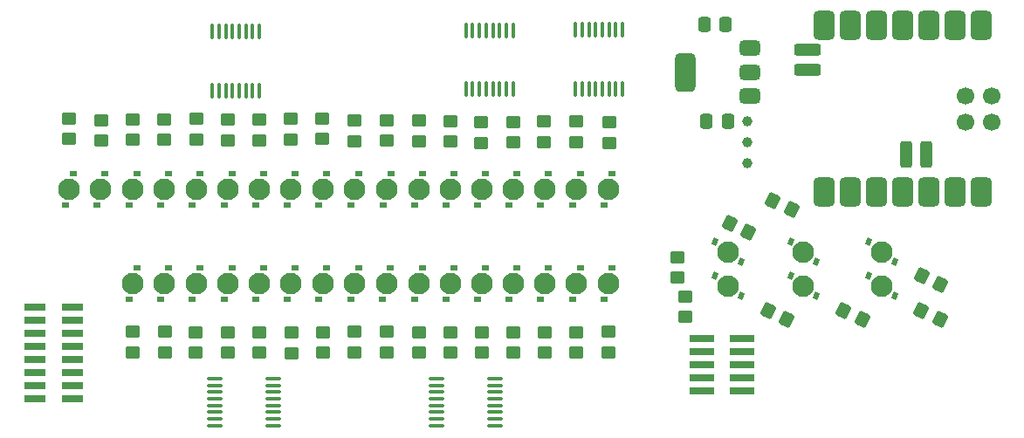
<source format=gbs>
G04 #@! TF.GenerationSoftware,KiCad,Pcbnew,9.0.1*
G04 #@! TF.CreationDate,2025-06-29T19:09:30+12:00*
G04 #@! TF.ProjectId,pdp-11-colour,7064702d-3131-42d6-936f-6c6f75722e6b,rev?*
G04 #@! TF.SameCoordinates,Original*
G04 #@! TF.FileFunction,Soldermask,Bot*
G04 #@! TF.FilePolarity,Negative*
%FSLAX46Y46*%
G04 Gerber Fmt 4.6, Leading zero omitted, Abs format (unit mm)*
G04 Created by KiCad (PCBNEW 9.0.1) date 2025-06-29 19:09:30*
%MOMM*%
%LPD*%
G01*
G04 APERTURE LIST*
G04 Aperture macros list*
%AMRoundRect*
0 Rectangle with rounded corners*
0 $1 Rounding radius*
0 $2 $3 $4 $5 $6 $7 $8 $9 X,Y pos of 4 corners*
0 Add a 4 corners polygon primitive as box body*
4,1,4,$2,$3,$4,$5,$6,$7,$8,$9,$2,$3,0*
0 Add four circle primitives for the rounded corners*
1,1,$1+$1,$2,$3*
1,1,$1+$1,$4,$5*
1,1,$1+$1,$6,$7*
1,1,$1+$1,$8,$9*
0 Add four rect primitives between the rounded corners*
20,1,$1+$1,$2,$3,$4,$5,0*
20,1,$1+$1,$4,$5,$6,$7,0*
20,1,$1+$1,$6,$7,$8,$9,0*
20,1,$1+$1,$8,$9,$2,$3,0*%
%AMRotRect*
0 Rectangle, with rotation*
0 The origin of the aperture is its center*
0 $1 length*
0 $2 width*
0 $3 Rotation angle, in degrees counterclockwise*
0 Add horizontal line*
21,1,$1,$2,0,0,$3*%
G04 Aperture macros list end*
%ADD10C,1.000000*%
%ADD11RoundRect,0.250000X-0.450000X0.350000X-0.450000X-0.350000X0.450000X-0.350000X0.450000X0.350000X0*%
%ADD12R,0.700000X0.500000*%
%ADD13C,2.100000*%
%ADD14RoundRect,0.250000X-0.507386X-0.259922X0.127030X-0.555755X0.507386X0.259922X-0.127030X0.555755X0*%
%ADD15RotRect,0.500000X0.700000X335.000000*%
%ADD16RoundRect,0.250000X0.507386X0.259922X-0.127030X0.555755X-0.507386X-0.259922X0.127030X-0.555755X0*%
%ADD17RoundRect,0.100000X0.100000X-0.637500X0.100000X0.637500X-0.100000X0.637500X-0.100000X-0.637500X0*%
%ADD18R,2.100000X0.750000*%
%ADD19RoundRect,0.250000X0.450000X-0.350000X0.450000X0.350000X-0.450000X0.350000X-0.450000X-0.350000X0*%
%ADD20RoundRect,0.100000X0.637500X0.100000X-0.637500X0.100000X-0.637500X-0.100000X0.637500X-0.100000X0*%
%ADD21RoundRect,0.525400X0.525400X-0.900400X0.525400X0.900400X-0.525400X0.900400X-0.525400X-0.900400X0*%
%ADD22RoundRect,0.300400X-0.300400X1.000400X-0.300400X-1.000400X0.300400X-1.000400X0.300400X1.000400X0*%
%ADD23RoundRect,0.300400X1.000400X0.300400X-1.000400X0.300400X-1.000400X-0.300400X1.000400X-0.300400X0*%
%ADD24C,1.700000*%
%ADD25RoundRect,0.250000X0.337500X0.475000X-0.337500X0.475000X-0.337500X-0.475000X0.337500X-0.475000X0*%
%ADD26R,2.400000X0.740000*%
%ADD27RoundRect,0.375000X0.625000X0.375000X-0.625000X0.375000X-0.625000X-0.375000X0.625000X-0.375000X0*%
%ADD28RoundRect,0.500000X0.500000X1.400000X-0.500000X1.400000X-0.500000X-1.400000X0.500000X-1.400000X0*%
%ADD29RoundRect,0.100000X-0.637500X-0.100000X0.637500X-0.100000X0.637500X0.100000X-0.637500X0.100000X0*%
G04 APERTURE END LIST*
D10*
X187340000Y-65570000D03*
X187340000Y-63570000D03*
X187340000Y-67570000D03*
D11*
X146180000Y-63250000D03*
X146180000Y-65250000D03*
D12*
X161985000Y-77740000D03*
D13*
X161610000Y-79290000D03*
D12*
X161235000Y-80840000D03*
D14*
X185687384Y-73404764D03*
X187500000Y-74250000D03*
D12*
X174275000Y-77740000D03*
D13*
X173900000Y-79290000D03*
D12*
X173525000Y-80840000D03*
X148925000Y-71690000D03*
D13*
X149300000Y-70140000D03*
D12*
X149675000Y-68590000D03*
D11*
X133930000Y-63294706D03*
X133930000Y-65294706D03*
D15*
X184267410Y-75195076D03*
D13*
X185513705Y-76190000D03*
D15*
X186760000Y-77184924D03*
D11*
X143110000Y-63272353D03*
X143110000Y-65272353D03*
D16*
X191186308Y-82752618D03*
X189373692Y-81907382D03*
D15*
X184267410Y-78505076D03*
D13*
X185513705Y-79500000D03*
D15*
X186760000Y-80494924D03*
D17*
X140050000Y-60562500D03*
X139400000Y-60562500D03*
X138750000Y-60562500D03*
X138100000Y-60562500D03*
X137450000Y-60562500D03*
X136800000Y-60562500D03*
X136150000Y-60562500D03*
X135500000Y-60562500D03*
X135500000Y-54837500D03*
X136150000Y-54837500D03*
X136800000Y-54837500D03*
X137450000Y-54837500D03*
X138100000Y-54837500D03*
X138750000Y-54837500D03*
X139400000Y-54837500D03*
X140050000Y-54837500D03*
D18*
X118320000Y-81534000D03*
X121920000Y-81534000D03*
X118320000Y-82804000D03*
X121920000Y-82804000D03*
X118320000Y-84074000D03*
X121920000Y-84074000D03*
X118320000Y-85344000D03*
X121920000Y-85344000D03*
X118320000Y-86614000D03*
X121920000Y-86614000D03*
X118320000Y-87884000D03*
X121920000Y-87884000D03*
X118320000Y-89154000D03*
X121920000Y-89154000D03*
X118320000Y-90424000D03*
X121920000Y-90424000D03*
D19*
X130880000Y-85960000D03*
X130880000Y-83960000D03*
D11*
X164650000Y-63585294D03*
X164650000Y-65585294D03*
D17*
X175275000Y-60362500D03*
X174625000Y-60362500D03*
X173975000Y-60362500D03*
X173325000Y-60362500D03*
X172675000Y-60362500D03*
X172025000Y-60362500D03*
X171375000Y-60362500D03*
X170725000Y-60362500D03*
X170725000Y-54637500D03*
X171375000Y-54637500D03*
X172025000Y-54637500D03*
X172675000Y-54637500D03*
X173325000Y-54637500D03*
X173975000Y-54637500D03*
X174625000Y-54637500D03*
X175275000Y-54637500D03*
D14*
X189868692Y-71252382D03*
X191681308Y-72097618D03*
D11*
X158570000Y-63518235D03*
X158570000Y-65518235D03*
X180594000Y-76724000D03*
X180594000Y-78724000D03*
D12*
X145835000Y-71690000D03*
D13*
X146210000Y-70140000D03*
D12*
X146585000Y-68590000D03*
D11*
X167690000Y-63562941D03*
X167690000Y-65562941D03*
D12*
X133545000Y-71690000D03*
D13*
X133920000Y-70140000D03*
D12*
X134295000Y-68590000D03*
X142765000Y-71690000D03*
D13*
X143140000Y-70140000D03*
D12*
X143515000Y-68590000D03*
D16*
X198516308Y-82762618D03*
X196703692Y-81917382D03*
D20*
X162925000Y-88500000D03*
X162925000Y-89150000D03*
X162925000Y-89800000D03*
X162925000Y-90450000D03*
X162925000Y-91100000D03*
X162925000Y-91750000D03*
X162925000Y-92400000D03*
X162925000Y-93050000D03*
X157200000Y-93050000D03*
X157200000Y-92400000D03*
X157200000Y-91750000D03*
X157200000Y-91100000D03*
X157200000Y-90450000D03*
X157200000Y-89800000D03*
X157200000Y-89150000D03*
X157200000Y-88500000D03*
D11*
X149260000Y-63473529D03*
X149260000Y-65473529D03*
D19*
X146200000Y-86000000D03*
X146200000Y-84000000D03*
D12*
X139695000Y-71690000D03*
D13*
X140070000Y-70140000D03*
D12*
X140445000Y-68590000D03*
X167345000Y-71690000D03*
D13*
X167720000Y-70140000D03*
D12*
X168095000Y-68590000D03*
X121235000Y-71690000D03*
D13*
X121610000Y-70140000D03*
D12*
X121985000Y-68590000D03*
D19*
X137010000Y-85980000D03*
X137010000Y-83980000D03*
D17*
X164650000Y-60412500D03*
X164000000Y-60412500D03*
X163350000Y-60412500D03*
X162700000Y-60412500D03*
X162050000Y-60412500D03*
X161400000Y-60412500D03*
X160750000Y-60412500D03*
X160100000Y-60412500D03*
X160100000Y-54687500D03*
X160750000Y-54687500D03*
X161400000Y-54687500D03*
X162050000Y-54687500D03*
X162700000Y-54687500D03*
X163350000Y-54687500D03*
X164000000Y-54687500D03*
X164650000Y-54687500D03*
D15*
X191587410Y-78505076D03*
D13*
X192833705Y-79500000D03*
D15*
X194080000Y-80494924D03*
D12*
X170435000Y-71690000D03*
D13*
X170810000Y-70140000D03*
D12*
X171185000Y-68590000D03*
D11*
X121610000Y-63250000D03*
X121610000Y-65250000D03*
X181356000Y-80534000D03*
X181356000Y-82534000D03*
D19*
X140050000Y-86000000D03*
X140050000Y-84000000D03*
X152400000Y-85950000D03*
X152400000Y-83950000D03*
D12*
X149675000Y-77740000D03*
D13*
X149300000Y-79290000D03*
D12*
X148925000Y-80840000D03*
X146585000Y-77740000D03*
D13*
X146210000Y-79290000D03*
D12*
X145835000Y-80840000D03*
D19*
X167725000Y-86000000D03*
X167725000Y-84000000D03*
D11*
X170810000Y-63540588D03*
X170810000Y-65540588D03*
D21*
X210098200Y-70360000D03*
X207558200Y-70360000D03*
X205018200Y-70360000D03*
X202478200Y-70360000D03*
X199938200Y-70360000D03*
X197398200Y-70360000D03*
X194858200Y-70360000D03*
X194858200Y-54195000D03*
X197398200Y-54195000D03*
X199938200Y-54195000D03*
X202478200Y-54195000D03*
X205018200Y-54195000D03*
X207558200Y-54195000D03*
X210098200Y-54195000D03*
D22*
X202791700Y-66750000D03*
X204696700Y-66750000D03*
D23*
X193241300Y-58495000D03*
X193241300Y-56590000D03*
D24*
X211046700Y-63575000D03*
X211046700Y-61035000D03*
X208506700Y-63575000D03*
X208506700Y-61035000D03*
D25*
X185500000Y-63500000D03*
X183425000Y-63500000D03*
D12*
X136635000Y-71690000D03*
D13*
X137010000Y-70140000D03*
D12*
X137385000Y-68590000D03*
D19*
X161625000Y-86000000D03*
X161625000Y-84000000D03*
D12*
X168095000Y-77740000D03*
D13*
X167720000Y-79290000D03*
D12*
X167345000Y-80840000D03*
X128165000Y-77740000D03*
D13*
X127790000Y-79290000D03*
D12*
X127415000Y-80840000D03*
D11*
X124690000Y-63406471D03*
X124690000Y-65406471D03*
D19*
X155525000Y-86000000D03*
X155525000Y-84000000D03*
D12*
X155145000Y-71690000D03*
D13*
X155520000Y-70140000D03*
D12*
X155895000Y-68590000D03*
X131225000Y-77740000D03*
D13*
X130850000Y-79290000D03*
D12*
X130475000Y-80840000D03*
D26*
X186862000Y-84582000D03*
X182962000Y-84582000D03*
X186862000Y-85852000D03*
X182962000Y-85852000D03*
X186862000Y-87122000D03*
X182962000Y-87122000D03*
X186862000Y-88392000D03*
X182962000Y-88392000D03*
X186862000Y-89662000D03*
X182962000Y-89662000D03*
D19*
X143150000Y-86025000D03*
X143150000Y-84025000D03*
D11*
X127750000Y-63339412D03*
X127750000Y-65339412D03*
D19*
X173900000Y-85975000D03*
X173900000Y-83975000D03*
D16*
X206062616Y-82745236D03*
X204250000Y-81900000D03*
D12*
X134305000Y-77740000D03*
D13*
X133930000Y-79290000D03*
D12*
X133555000Y-80840000D03*
X127405000Y-71690000D03*
D13*
X127780000Y-70140000D03*
D12*
X128155000Y-68590000D03*
X140435000Y-77740000D03*
D13*
X140060000Y-79290000D03*
D12*
X139685000Y-80840000D03*
D11*
X140060000Y-63384118D03*
X140060000Y-65384118D03*
D19*
X127780000Y-85960000D03*
X127780000Y-83960000D03*
D12*
X155895000Y-77740000D03*
D13*
X155520000Y-79290000D03*
D12*
X155145000Y-80840000D03*
D19*
X133910000Y-85990000D03*
X133910000Y-83990000D03*
D12*
X161225000Y-71690000D03*
D13*
X161600000Y-70140000D03*
D12*
X161975000Y-68590000D03*
X164295000Y-71690000D03*
D13*
X164670000Y-70140000D03*
D12*
X165045000Y-68590000D03*
X152045000Y-71690000D03*
D13*
X152420000Y-70140000D03*
D12*
X152795000Y-68590000D03*
D27*
X187650000Y-56450000D03*
X187650000Y-58750000D03*
D28*
X181350000Y-58750000D03*
D27*
X187650000Y-61050000D03*
D12*
X143515000Y-77740000D03*
D13*
X143140000Y-79290000D03*
D12*
X142765000Y-80840000D03*
X158925000Y-77740000D03*
D13*
X158550000Y-79290000D03*
D12*
X158175000Y-80840000D03*
X152775000Y-77740000D03*
D13*
X152400000Y-79290000D03*
D12*
X152025000Y-80840000D03*
D15*
X199157410Y-75195076D03*
D13*
X200403705Y-76190000D03*
D15*
X201650000Y-77184924D03*
D11*
X130850000Y-63317059D03*
X130850000Y-65317059D03*
D16*
X206092616Y-79365236D03*
X204280000Y-78520000D03*
D11*
X137000000Y-63361765D03*
X137000000Y-65361765D03*
D19*
X170825000Y-86000000D03*
X170825000Y-84000000D03*
D15*
X199157410Y-78505076D03*
D13*
X200403705Y-79500000D03*
D15*
X201650000Y-80494924D03*
D19*
X149300000Y-85975000D03*
X149300000Y-83975000D03*
D12*
X171185000Y-77740000D03*
D13*
X170810000Y-79290000D03*
D12*
X170435000Y-80840000D03*
X173525000Y-71690000D03*
D13*
X173900000Y-70140000D03*
D12*
X174275000Y-68590000D03*
X137385000Y-77740000D03*
D13*
X137010000Y-79290000D03*
D12*
X136635000Y-80840000D03*
X165035000Y-77740000D03*
D13*
X164660000Y-79290000D03*
D12*
X164285000Y-80840000D03*
D11*
X152420000Y-63428824D03*
X152420000Y-65428824D03*
X155520000Y-63451176D03*
X155520000Y-65451176D03*
D29*
X135700000Y-93050000D03*
X135700000Y-92400000D03*
X135700000Y-91750000D03*
X135700000Y-91100000D03*
X135700000Y-90450000D03*
X135700000Y-89800000D03*
X135700000Y-89150000D03*
X135700000Y-88500000D03*
X141425000Y-88500000D03*
X141425000Y-89150000D03*
X141425000Y-89800000D03*
X141425000Y-90450000D03*
X141425000Y-91100000D03*
X141425000Y-91750000D03*
X141425000Y-92400000D03*
X141425000Y-93050000D03*
D15*
X191587410Y-75195076D03*
D13*
X192833705Y-76190000D03*
D15*
X194080000Y-77184924D03*
D12*
X124305000Y-71690000D03*
D13*
X124680000Y-70140000D03*
D12*
X125055000Y-68590000D03*
D19*
X158550000Y-86000000D03*
X158550000Y-84000000D03*
X164650000Y-86000000D03*
X164650000Y-84000000D03*
D12*
X158175000Y-71690000D03*
D13*
X158550000Y-70140000D03*
D12*
X158925000Y-68590000D03*
D11*
X161540000Y-63607647D03*
X161540000Y-65607647D03*
D12*
X130475000Y-71690000D03*
D13*
X130850000Y-70140000D03*
D12*
X131225000Y-68590000D03*
D25*
X185287500Y-54100000D03*
X183212500Y-54100000D03*
D11*
X174030000Y-63630000D03*
X174030000Y-65630000D03*
M02*

</source>
